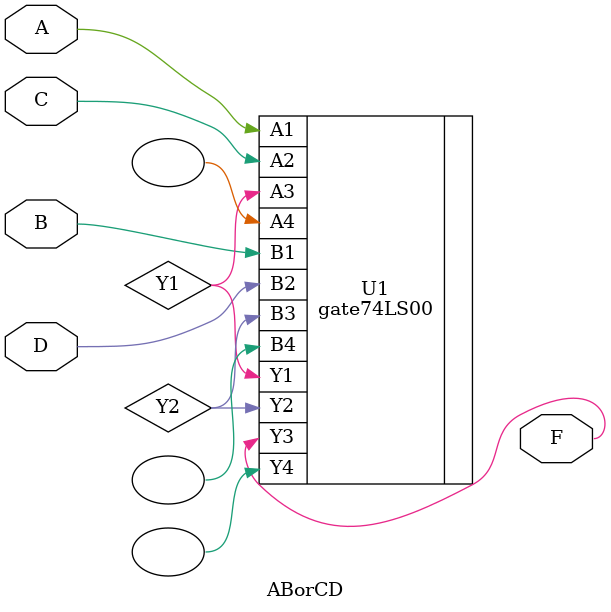
<source format=v>
module  ABorCD(A,B,C,D,F);//F=A+B
input A,B,C,D;
output F;
wire Y1,Y2;
gate74LS00 U1(.A1(A),.B1(B),.Y1(Y1),.A2(C),.B2(D),.Y2(Y2),.A3(Y1),.B3(Y2),.Y3(F),.A4(),.B4(),.Y4()); 
endmodule

</source>
